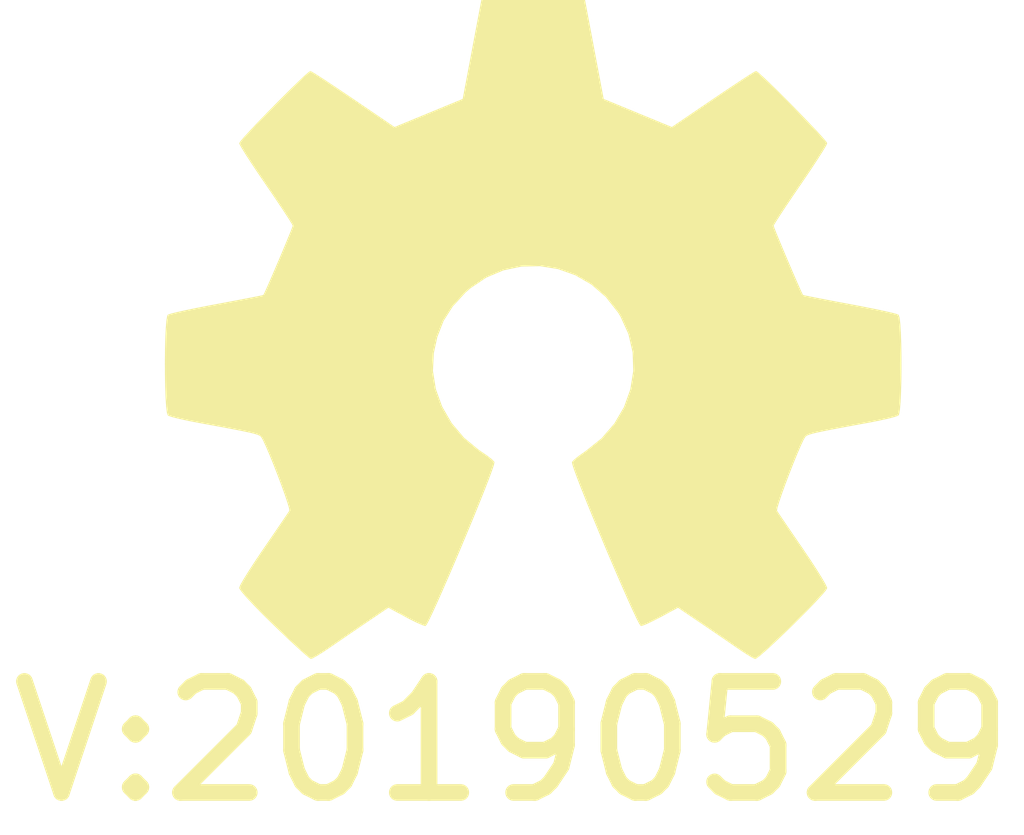
<source format=kicad_pcb>
(kicad_pcb (version 20171130) (host pcbnew 5.1.2-f72e74a~84~ubuntu18.04.1)

  (general
    (thickness 1.6)
    (drawings 0)
    (tracks 0)
    (zones 0)
    (modules 2)
    (nets 1)
  )

  (page A4)
  (layers
    (0 F.Cu signal)
    (31 B.Cu signal)
    (32 B.Adhes user)
    (33 F.Adhes user)
    (34 B.Paste user)
    (35 F.Paste user)
    (36 B.SilkS user)
    (37 F.SilkS user)
    (38 B.Mask user)
    (39 F.Mask user)
    (40 Dwgs.User user)
    (41 Cmts.User user)
    (42 Eco1.User user)
    (43 Eco2.User user)
    (44 Edge.Cuts user)
    (45 Margin user)
    (46 B.CrtYd user)
    (47 F.CrtYd user)
    (48 B.Fab user)
    (49 F.Fab user)
  )

  (setup
    (last_trace_width 0.1524)
    (user_trace_width 0.1524)
    (user_trace_width 0.2)
    (user_trace_width 0.3)
    (user_trace_width 0.4)
    (user_trace_width 0.6)
    (user_trace_width 1)
    (user_trace_width 1.5)
    (user_trace_width 2)
    (trace_clearance 0.1524)
    (zone_clearance 0.508)
    (zone_45_only no)
    (trace_min 0.1524)
    (via_size 0.381)
    (via_drill 0.254)
    (via_min_size 0.381)
    (via_min_drill 0.254)
    (user_via 0.4 0.254)
    (user_via 0.6 0.4)
    (user_via 0.8 0.6)
    (user_via 1 0.8)
    (user_via 1.3 1)
    (user_via 1.5 1.2)
    (user_via 1.7 1.4)
    (user_via 1.9 1.6)
    (uvia_size 0.381)
    (uvia_drill 0.254)
    (uvias_allowed no)
    (uvia_min_size 0.381)
    (uvia_min_drill 0.254)
    (edge_width 0.15)
    (segment_width 0.2)
    (pcb_text_width 0.3)
    (pcb_text_size 1.5 1.5)
    (mod_edge_width 0.15)
    (mod_text_size 1 1)
    (mod_text_width 0.15)
    (pad_size 1.524 1.524)
    (pad_drill 0.762)
    (pad_to_mask_clearance 0.1)
    (solder_mask_min_width 0.1)
    (pad_to_paste_clearance_ratio -0.15)
    (aux_axis_origin 0 0)
    (visible_elements FFFFFF7F)
    (pcbplotparams
      (layerselection 0x010fc_ffffffff)
      (usegerberextensions true)
      (usegerberattributes false)
      (usegerberadvancedattributes false)
      (creategerberjobfile false)
      (excludeedgelayer true)
      (linewidth 0.100000)
      (plotframeref false)
      (viasonmask false)
      (mode 1)
      (useauxorigin false)
      (hpglpennumber 1)
      (hpglpenspeed 20)
      (hpglpendiameter 15.000000)
      (psnegative false)
      (psa4output false)
      (plotreference true)
      (plotvalue true)
      (plotinvisibletext false)
      (padsonsilk false)
      (subtractmaskfromsilk false)
      (outputformat 1)
      (mirror false)
      (drillshape 0)
      (scaleselection 1)
      (outputdirectory "OSH_Park_2_layer_plots"))
  )

  (net 0 "")

  (net_class Default "This is the default net class."
    (clearance 0.1524)
    (trace_width 0.1524)
    (via_dia 0.381)
    (via_drill 0.254)
    (uvia_dia 0.381)
    (uvia_drill 0.254)
  )

  (module Symbols:OSHW-Symbol_6.7x6mm_SilkScreen (layer F.Cu) (tedit 0) (tstamp 5A135134)
    (at 148 101)
    (descr "Open Source Hardware Symbol")
    (tags "Logo Symbol OSHW")
    (path /5A135869)
    (attr virtual)
    (fp_text reference N1 (at 0 0) (layer F.SilkS) hide
      (effects (font (size 1 1) (thickness 0.15)))
    )
    (fp_text value OHWLOGO (at 0.75 0) (layer F.Fab) hide
      (effects (font (size 1 1) (thickness 0.15)))
    )
    (fp_poly (pts (xy 0.555814 -2.531069) (xy 0.639635 -2.086445) (xy 0.94892 -1.958947) (xy 1.258206 -1.831449)
      (xy 1.629246 -2.083754) (xy 1.733157 -2.154004) (xy 1.827087 -2.216728) (xy 1.906652 -2.269062)
      (xy 1.96747 -2.308143) (xy 2.005157 -2.331107) (xy 2.015421 -2.336058) (xy 2.03391 -2.323324)
      (xy 2.07342 -2.288118) (xy 2.129522 -2.234938) (xy 2.197787 -2.168282) (xy 2.273786 -2.092646)
      (xy 2.353092 -2.012528) (xy 2.431275 -1.932426) (xy 2.503907 -1.856836) (xy 2.566559 -1.790255)
      (xy 2.614803 -1.737182) (xy 2.64421 -1.702113) (xy 2.651241 -1.690377) (xy 2.641123 -1.66874)
      (xy 2.612759 -1.621338) (xy 2.569129 -1.552807) (xy 2.513218 -1.467785) (xy 2.448006 -1.370907)
      (xy 2.410219 -1.31565) (xy 2.341343 -1.214752) (xy 2.28014 -1.123701) (xy 2.229578 -1.04703)
      (xy 2.192628 -0.989272) (xy 2.172258 -0.954957) (xy 2.169197 -0.947746) (xy 2.176136 -0.927252)
      (xy 2.195051 -0.879487) (xy 2.223087 -0.811168) (xy 2.257391 -0.729011) (xy 2.295109 -0.63973)
      (xy 2.333387 -0.550042) (xy 2.36937 -0.466662) (xy 2.400206 -0.396306) (xy 2.423039 -0.34569)
      (xy 2.435017 -0.321529) (xy 2.435724 -0.320578) (xy 2.454531 -0.315964) (xy 2.504618 -0.305672)
      (xy 2.580793 -0.290713) (xy 2.677865 -0.272099) (xy 2.790643 -0.250841) (xy 2.856442 -0.238582)
      (xy 2.97695 -0.215638) (xy 3.085797 -0.193805) (xy 3.177476 -0.174278) (xy 3.246481 -0.158252)
      (xy 3.287304 -0.146921) (xy 3.295511 -0.143326) (xy 3.303548 -0.118994) (xy 3.310033 -0.064041)
      (xy 3.31497 0.015108) (xy 3.318364 0.112026) (xy 3.320218 0.220287) (xy 3.320538 0.333465)
      (xy 3.319327 0.445135) (xy 3.31659 0.548868) (xy 3.312331 0.638241) (xy 3.306555 0.706826)
      (xy 3.299267 0.748197) (xy 3.294895 0.75681) (xy 3.268764 0.767133) (xy 3.213393 0.781892)
      (xy 3.136107 0.799352) (xy 3.04423 0.81778) (xy 3.012158 0.823741) (xy 2.857524 0.852066)
      (xy 2.735375 0.874876) (xy 2.641673 0.89308) (xy 2.572384 0.907583) (xy 2.523471 0.919292)
      (xy 2.490897 0.929115) (xy 2.470628 0.937956) (xy 2.458626 0.946724) (xy 2.456947 0.948457)
      (xy 2.440184 0.976371) (xy 2.414614 1.030695) (xy 2.382788 1.104777) (xy 2.34726 1.191965)
      (xy 2.310583 1.285608) (xy 2.275311 1.379052) (xy 2.243996 1.465647) (xy 2.219193 1.53874)
      (xy 2.203454 1.591678) (xy 2.199332 1.617811) (xy 2.199676 1.618726) (xy 2.213641 1.640086)
      (xy 2.245322 1.687084) (xy 2.291391 1.754827) (xy 2.348518 1.838423) (xy 2.413373 1.932982)
      (xy 2.431843 1.959854) (xy 2.497699 2.057275) (xy 2.55565 2.146163) (xy 2.602538 2.221412)
      (xy 2.635207 2.27792) (xy 2.6505 2.310581) (xy 2.651241 2.314593) (xy 2.638392 2.335684)
      (xy 2.602888 2.377464) (xy 2.549293 2.435445) (xy 2.482171 2.505135) (xy 2.406087 2.582045)
      (xy 2.325604 2.661683) (xy 2.245287 2.739561) (xy 2.169699 2.811186) (xy 2.103405 2.87207)
      (xy 2.050969 2.917721) (xy 2.016955 2.94365) (xy 2.007545 2.947883) (xy 1.985643 2.937912)
      (xy 1.9408 2.91102) (xy 1.880321 2.871736) (xy 1.833789 2.840117) (xy 1.749475 2.782098)
      (xy 1.649626 2.713784) (xy 1.549473 2.645579) (xy 1.495627 2.609075) (xy 1.313371 2.4858)
      (xy 1.160381 2.56852) (xy 1.090682 2.604759) (xy 1.031414 2.632926) (xy 0.991311 2.648991)
      (xy 0.981103 2.651226) (xy 0.968829 2.634722) (xy 0.944613 2.588082) (xy 0.910263 2.515609)
      (xy 0.867588 2.421606) (xy 0.818394 2.310374) (xy 0.76449 2.186215) (xy 0.707684 2.053432)
      (xy 0.649782 1.916327) (xy 0.592593 1.779202) (xy 0.537924 1.646358) (xy 0.487584 1.522098)
      (xy 0.44338 1.410725) (xy 0.407119 1.316539) (xy 0.380609 1.243844) (xy 0.365658 1.196941)
      (xy 0.363254 1.180833) (xy 0.382311 1.160286) (xy 0.424036 1.126933) (xy 0.479706 1.087702)
      (xy 0.484378 1.084599) (xy 0.628264 0.969423) (xy 0.744283 0.835053) (xy 0.83143 0.685784)
      (xy 0.888699 0.525913) (xy 0.915086 0.359737) (xy 0.909585 0.191552) (xy 0.87119 0.025655)
      (xy 0.798895 -0.133658) (xy 0.777626 -0.168513) (xy 0.666996 -0.309263) (xy 0.536302 -0.422286)
      (xy 0.390064 -0.506997) (xy 0.232808 -0.562806) (xy 0.069057 -0.589126) (xy -0.096667 -0.58537)
      (xy -0.259838 -0.55095) (xy -0.415935 -0.485277) (xy -0.560433 -0.387765) (xy -0.605131 -0.348187)
      (xy -0.718888 -0.224297) (xy -0.801782 -0.093876) (xy -0.858644 0.052315) (xy -0.890313 0.197088)
      (xy -0.898131 0.35986) (xy -0.872062 0.52344) (xy -0.814755 0.682298) (xy -0.728856 0.830906)
      (xy -0.617014 0.963735) (xy -0.481877 1.075256) (xy -0.464117 1.087011) (xy -0.40785 1.125508)
      (xy -0.365077 1.158863) (xy -0.344628 1.18016) (xy -0.344331 1.180833) (xy -0.348721 1.203871)
      (xy -0.366124 1.256157) (xy -0.394732 1.33339) (xy -0.432735 1.431268) (xy -0.478326 1.545491)
      (xy -0.529697 1.671758) (xy -0.585038 1.805767) (xy -0.642542 1.943218) (xy -0.700399 2.079808)
      (xy -0.756802 2.211237) (xy -0.809942 2.333205) (xy -0.85801 2.441409) (xy -0.899199 2.531549)
      (xy -0.931699 2.599323) (xy -0.953703 2.64043) (xy -0.962564 2.651226) (xy -0.98964 2.642819)
      (xy -1.040303 2.620272) (xy -1.105817 2.587613) (xy -1.141841 2.56852) (xy -1.294832 2.4858)
      (xy -1.477088 2.609075) (xy -1.570125 2.672228) (xy -1.671985 2.741727) (xy -1.767438 2.807165)
      (xy -1.81525 2.840117) (xy -1.882495 2.885273) (xy -1.939436 2.921057) (xy -1.978646 2.942938)
      (xy -1.991381 2.947563) (xy -2.009917 2.935085) (xy -2.050941 2.900252) (xy -2.110475 2.846678)
      (xy -2.184542 2.777983) (xy -2.269165 2.697781) (xy -2.322685 2.646286) (xy -2.416319 2.554286)
      (xy -2.497241 2.471999) (xy -2.562177 2.402945) (xy -2.607858 2.350644) (xy -2.631011 2.318616)
      (xy -2.633232 2.312116) (xy -2.622924 2.287394) (xy -2.594439 2.237405) (xy -2.550937 2.167212)
      (xy -2.495577 2.081875) (xy -2.43152 1.986456) (xy -2.413303 1.959854) (xy -2.346927 1.863167)
      (xy -2.287378 1.776117) (xy -2.237984 1.703595) (xy -2.202075 1.650493) (xy -2.182981 1.621703)
      (xy -2.181136 1.618726) (xy -2.183895 1.595782) (xy -2.198538 1.545336) (xy -2.222513 1.474041)
      (xy -2.253266 1.388547) (xy -2.288244 1.295507) (xy -2.324893 1.201574) (xy -2.360661 1.113399)
      (xy -2.392994 1.037634) (xy -2.419338 0.980931) (xy -2.437142 0.949943) (xy -2.438407 0.948457)
      (xy -2.449294 0.939601) (xy -2.467682 0.930843) (xy -2.497606 0.921277) (xy -2.543103 0.909996)
      (xy -2.608209 0.896093) (xy -2.696961 0.878663) (xy -2.813393 0.856798) (xy -2.961542 0.829591)
      (xy -2.993618 0.823741) (xy -3.088686 0.805374) (xy -3.171565 0.787405) (xy -3.23493 0.771569)
      (xy -3.271458 0.7596) (xy -3.276356 0.75681) (xy -3.284427 0.732072) (xy -3.290987 0.67679)
      (xy -3.296033 0.597389) (xy -3.299559 0.500296) (xy -3.301561 0.391938) (xy -3.302036 0.27874)
      (xy -3.300977 0.167128) (xy -3.298382 0.063529) (xy -3.294246 -0.025632) (xy -3.288563 -0.093928)
      (xy -3.281331 -0.134934) (xy -3.276971 -0.143326) (xy -3.252698 -0.151792) (xy -3.197426 -0.165565)
      (xy -3.116662 -0.18345) (xy -3.015912 -0.204252) (xy -2.900683 -0.226777) (xy -2.837902 -0.238582)
      (xy -2.718787 -0.260849) (xy -2.612565 -0.281021) (xy -2.524427 -0.298085) (xy -2.459566 -0.311031)
      (xy -2.423174 -0.318845) (xy -2.417184 -0.320578) (xy -2.407061 -0.34011) (xy -2.385662 -0.387157)
      (xy -2.355839 -0.454997) (xy -2.320445 -0.536909) (xy -2.282332 -0.626172) (xy -2.244353 -0.716065)
      (xy -2.20936 -0.799865) (xy -2.180206 -0.870853) (xy -2.159743 -0.922306) (xy -2.150823 -0.947503)
      (xy -2.150657 -0.948604) (xy -2.160769 -0.968481) (xy -2.189117 -1.014223) (xy -2.232723 -1.081283)
      (xy -2.288606 -1.165116) (xy -2.353787 -1.261174) (xy -2.391679 -1.31635) (xy -2.460725 -1.417519)
      (xy -2.52205 -1.50937) (xy -2.572663 -1.587256) (xy -2.609571 -1.646531) (xy -2.629782 -1.682549)
      (xy -2.632701 -1.690623) (xy -2.620153 -1.709416) (xy -2.585463 -1.749543) (xy -2.533063 -1.806507)
      (xy -2.467384 -1.875815) (xy -2.392856 -1.952969) (xy -2.313913 -2.033475) (xy -2.234983 -2.112837)
      (xy -2.1605 -2.18656) (xy -2.094894 -2.250148) (xy -2.042596 -2.299106) (xy -2.008039 -2.328939)
      (xy -1.996478 -2.336058) (xy -1.977654 -2.326047) (xy -1.932631 -2.297922) (xy -1.865787 -2.254546)
      (xy -1.781499 -2.198782) (xy -1.684144 -2.133494) (xy -1.610707 -2.083754) (xy -1.239667 -1.831449)
      (xy -0.621095 -2.086445) (xy -0.537275 -2.531069) (xy -0.453454 -2.975693) (xy 0.471994 -2.975693)
      (xy 0.555814 -2.531069)) (layer F.SilkS) (width 0.01))
  )

  (module SquantorLabels:Label_version (layer F.Cu) (tedit 5B5A1E49) (tstamp 5B96DD88)
    (at 148.9 104.8)
    (path /5A1357A5)
    (fp_text reference N2 (at 0 1.4) (layer F.Fab) hide
      (effects (font (size 1 1) (thickness 0.15)))
    )
    (fp_text value 20190529 (at -0.4 -0.1) (layer F.SilkS)
      (effects (font (size 1 1) (thickness 0.15)))
    )
    (fp_text user V: (at -4.9 -0.1) (layer F.SilkS)
      (effects (font (size 1 1) (thickness 0.15)))
    )
  )

)

</source>
